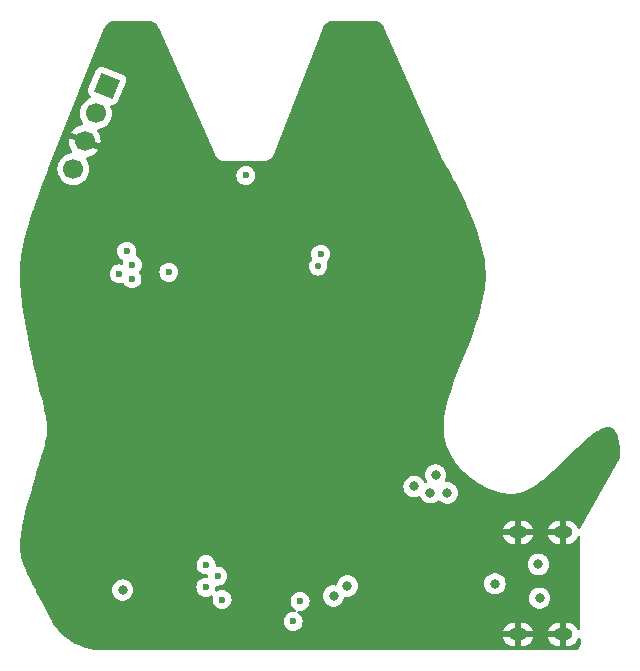
<source format=gbr>
%TF.GenerationSoftware,KiCad,Pcbnew,8.0.5*%
%TF.CreationDate,2024-11-06T13:54:44-05:00*%
%TF.ProjectId,BadgeKittyv2,42616467-654b-4697-9474-7976322e6b69,rev?*%
%TF.SameCoordinates,Original*%
%TF.FileFunction,Copper,L2,Inr*%
%TF.FilePolarity,Positive*%
%FSLAX46Y46*%
G04 Gerber Fmt 4.6, Leading zero omitted, Abs format (unit mm)*
G04 Created by KiCad (PCBNEW 8.0.5) date 2024-11-06 13:54:44*
%MOMM*%
%LPD*%
G01*
G04 APERTURE LIST*
G04 Aperture macros list*
%AMHorizOval*
0 Thick line with rounded ends*
0 $1 width*
0 $2 $3 position (X,Y) of the first rounded end (center of the circle)*
0 $4 $5 position (X,Y) of the second rounded end (center of the circle)*
0 Add line between two ends*
20,1,$1,$2,$3,$4,$5,0*
0 Add two circle primitives to create the rounded ends*
1,1,$1,$2,$3*
1,1,$1,$4,$5*%
%AMRotRect*
0 Rectangle, with rotation*
0 The origin of the aperture is its center*
0 $1 length*
0 $2 width*
0 $3 Rotation angle, in degrees counterclockwise*
0 Add horizontal line*
21,1,$1,$2,0,0,$3*%
G04 Aperture macros list end*
%TA.AperFunction,ComponentPad*%
%ADD10O,1.600000X1.000000*%
%TD*%
%TA.AperFunction,ComponentPad*%
%ADD11RotRect,1.700000X1.700000X338.000000*%
%TD*%
%TA.AperFunction,ComponentPad*%
%ADD12HorizOval,1.700000X0.000000X0.000000X0.000000X0.000000X0*%
%TD*%
%TA.AperFunction,ViaPad*%
%ADD13C,0.800000*%
%TD*%
%TA.AperFunction,ViaPad*%
%ADD14C,0.600000*%
%TD*%
%TA.AperFunction,ViaPad*%
%ADD15C,0.700000*%
%TD*%
%TA.AperFunction,ViaPad*%
%ADD16C,0.550000*%
%TD*%
G04 APERTURE END LIST*
D10*
%TO.N,GND*%
%TO.C,J1*%
X132534032Y-131576843D03*
X136334032Y-131576843D03*
X132534032Y-122936843D03*
X136334032Y-122936843D03*
%TD*%
D11*
%TO.N,+5V*%
%TO.C,PROG1*%
X97738012Y-85108593D03*
D12*
%TO.N,/RST{slash}UPDI*%
X96786511Y-87463640D03*
%TO.N,GND*%
X95835011Y-89818687D03*
%TO.N,/PIN_2*%
X94883510Y-92173734D03*
%TD*%
D13*
%TO.N,GND*%
X134249666Y-130291576D03*
X138381108Y-117735428D03*
D14*
X96780056Y-129145675D03*
D13*
X110332994Y-127308665D03*
X121179530Y-85034291D03*
X126393327Y-125458379D03*
X117405569Y-118665945D03*
X125708589Y-130355449D03*
X134310797Y-124138607D03*
D14*
X101505246Y-98944873D03*
X108900621Y-93910133D03*
X104435973Y-129856249D03*
X103221773Y-126787150D03*
X119292542Y-99156044D03*
X94477385Y-129162728D03*
X104297197Y-127114156D03*
X103810624Y-130646736D03*
D13*
X101014466Y-118538056D03*
D15*
X117476905Y-102901215D03*
D13*
X126251544Y-129302441D03*
D14*
X104289017Y-128290870D03*
D13*
X114938467Y-123864283D03*
D14*
X103277433Y-128095176D03*
D15*
X102987548Y-102889241D03*
D14*
X110150406Y-93696010D03*
D16*
%TO.N,+5V*%
X115598787Y-100419504D03*
D14*
X107105925Y-126639541D03*
X99874627Y-100274462D03*
X107468462Y-128628264D03*
X113493906Y-130484962D03*
D13*
X126553378Y-119615194D03*
X125113941Y-119585566D03*
D14*
X106112615Y-125672956D03*
X106097414Y-127588302D03*
%TO.N,Net-(D1-DO)*%
X102959521Y-100927344D03*
X115813460Y-99390545D03*
D13*
%TO.N,+BATT*%
X99055888Y-127830474D03*
D14*
%TO.N,/PIN_6*%
X99398252Y-99146265D03*
D13*
X123734353Y-119056480D03*
%TO.N,/PIN_7*%
X125541965Y-118088833D03*
D14*
X109480121Y-92724221D03*
D13*
%TO.N,/PIN_2*%
X116906299Y-128331968D03*
D14*
%TO.N,/RST{slash}UPDI*%
X99838443Y-101468548D03*
X98769633Y-101056104D03*
D13*
X118080184Y-127482774D03*
%TO.N,VBUS*%
X134249666Y-125649879D03*
D14*
X114069370Y-128776256D03*
D13*
X134347180Y-128516810D03*
%TO.N,/PIN_3*%
X130566327Y-127294241D03*
%TD*%
%TA.AperFunction,Conductor*%
%TO.N,GND*%
G36*
X101186372Y-79605342D02*
G01*
X101219944Y-79605959D01*
X101224499Y-79606127D01*
X101228563Y-79606351D01*
X101256705Y-79607906D01*
X101261210Y-79608238D01*
X101293193Y-79611184D01*
X101297657Y-79611677D01*
X101329399Y-79615775D01*
X101333772Y-79616420D01*
X101365217Y-79621651D01*
X101369554Y-79622454D01*
X101400702Y-79628806D01*
X101405017Y-79629768D01*
X101435783Y-79637212D01*
X101440045Y-79638325D01*
X101451553Y-79641554D01*
X101470425Y-79646849D01*
X101474693Y-79648130D01*
X101488992Y-79652702D01*
X101504613Y-79657697D01*
X101504617Y-79657698D01*
X101508836Y-79659131D01*
X101538347Y-79669750D01*
X101542495Y-79671327D01*
X101571567Y-79682979D01*
X101575614Y-79684685D01*
X101604271Y-79697376D01*
X101608240Y-79699220D01*
X101620632Y-79705245D01*
X101636354Y-79712891D01*
X101640285Y-79714890D01*
X101649657Y-79719866D01*
X101667898Y-79729554D01*
X101671662Y-79731639D01*
X101698752Y-79747287D01*
X101702490Y-79749536D01*
X101728950Y-79766100D01*
X101732644Y-79768505D01*
X101758476Y-79785984D01*
X101762078Y-79788515D01*
X101787281Y-79806906D01*
X101787294Y-79806915D01*
X101790808Y-79809577D01*
X101815340Y-79828852D01*
X101818746Y-79831628D01*
X101842633Y-79851813D01*
X101845942Y-79854711D01*
X101869148Y-79875783D01*
X101872324Y-79878773D01*
X101894744Y-79900643D01*
X101894748Y-79900647D01*
X101897870Y-79903804D01*
X101919543Y-79926516D01*
X101922557Y-79929790D01*
X101943409Y-79953274D01*
X101946308Y-79956659D01*
X101966388Y-79980982D01*
X101969153Y-79984458D01*
X101988379Y-80009540D01*
X101991044Y-80013151D01*
X102009395Y-80038976D01*
X102011929Y-80042682D01*
X102015095Y-80047499D01*
X102029407Y-80069273D01*
X102031822Y-80073098D01*
X102048379Y-80100409D01*
X102050642Y-80104299D01*
X102066282Y-80132361D01*
X102068399Y-80136330D01*
X102083066Y-80165078D01*
X102085062Y-80169174D01*
X102099210Y-80199619D01*
X102100152Y-80201696D01*
X106847370Y-90929175D01*
X106879672Y-90995474D01*
X106879690Y-90995507D01*
X106916405Y-91058645D01*
X106916413Y-91058658D01*
X106957308Y-91118484D01*
X106957314Y-91118493D01*
X106957316Y-91118495D01*
X107002163Y-91174865D01*
X107050716Y-91227608D01*
X107050721Y-91227612D01*
X107050722Y-91227614D01*
X107079091Y-91254315D01*
X107102737Y-91276571D01*
X107157992Y-91321600D01*
X107216243Y-91362542D01*
X107277256Y-91399243D01*
X107277270Y-91399250D01*
X107277273Y-91399252D01*
X107291859Y-91406668D01*
X107340793Y-91431549D01*
X107406620Y-91459306D01*
X107474500Y-91482362D01*
X107544196Y-91500561D01*
X107615473Y-91513751D01*
X107688095Y-91521778D01*
X107712672Y-91522681D01*
X107761816Y-91524487D01*
X110945360Y-91524487D01*
X110945365Y-91524487D01*
X110948007Y-91524436D01*
X110984007Y-91523745D01*
X111022372Y-91521533D01*
X111022386Y-91521531D01*
X111022397Y-91521531D01*
X111060412Y-91517875D01*
X111060417Y-91517874D01*
X111060420Y-91517874D01*
X111098120Y-91512791D01*
X111135437Y-91506306D01*
X111172341Y-91498441D01*
X111208797Y-91489220D01*
X111244772Y-91478665D01*
X111280234Y-91466799D01*
X111315150Y-91453643D01*
X111323734Y-91450037D01*
X111349461Y-91439233D01*
X111349475Y-91439226D01*
X111349488Y-91439221D01*
X111383213Y-91423555D01*
X111416293Y-91406668D01*
X111448696Y-91388583D01*
X111480388Y-91369321D01*
X111511337Y-91348906D01*
X111541509Y-91327360D01*
X111570872Y-91304706D01*
X111599393Y-91280966D01*
X111627039Y-91256163D01*
X111653777Y-91230319D01*
X111679574Y-91203457D01*
X111704398Y-91175600D01*
X111728215Y-91146771D01*
X111750992Y-91116991D01*
X111772698Y-91086283D01*
X111793297Y-91054670D01*
X111812759Y-91022175D01*
X111831050Y-90988820D01*
X111848137Y-90954627D01*
X111863986Y-90919620D01*
X111878567Y-90883820D01*
X115973917Y-80248134D01*
X115975668Y-80243836D01*
X116003306Y-80179526D01*
X116007368Y-80170989D01*
X116038379Y-80111781D01*
X116043042Y-80103647D01*
X116078143Y-80047479D01*
X116083389Y-80039752D01*
X116122341Y-79986784D01*
X116128120Y-79979513D01*
X116170731Y-79929853D01*
X116177008Y-79923069D01*
X116180029Y-79920039D01*
X116223029Y-79876900D01*
X116229742Y-79870647D01*
X116278987Y-79828086D01*
X116286120Y-79822369D01*
X116338313Y-79783620D01*
X116345829Y-79778460D01*
X116400753Y-79743672D01*
X116408666Y-79739063D01*
X116466047Y-79708419D01*
X116474309Y-79704392D01*
X116533949Y-79678027D01*
X116542488Y-79674627D01*
X116604187Y-79652691D01*
X116613014Y-79649921D01*
X116676486Y-79632592D01*
X116685543Y-79630483D01*
X116750592Y-79617906D01*
X116759831Y-79616481D01*
X116826248Y-79608816D01*
X116835675Y-79608093D01*
X116892084Y-79605929D01*
X116905582Y-79605412D01*
X116910334Y-79605321D01*
X120295852Y-79605321D01*
X120298130Y-79605342D01*
X120301869Y-79605410D01*
X120331715Y-79605959D01*
X120336253Y-79606126D01*
X120368453Y-79607904D01*
X120372978Y-79608238D01*
X120378186Y-79608717D01*
X120404956Y-79611183D01*
X120409397Y-79611674D01*
X120441129Y-79615771D01*
X120445531Y-79616421D01*
X120476976Y-79621651D01*
X120481333Y-79622458D01*
X120512467Y-79628807D01*
X120516776Y-79629768D01*
X120547546Y-79637213D01*
X120551796Y-79638323D01*
X120582187Y-79646848D01*
X120586408Y-79648114D01*
X120616401Y-79657705D01*
X120620587Y-79659127D01*
X120629858Y-79662462D01*
X120650107Y-79669749D01*
X120654255Y-79671326D01*
X120683327Y-79682978D01*
X120687374Y-79684684D01*
X120716031Y-79697375D01*
X120720000Y-79699219D01*
X120730155Y-79704157D01*
X120748114Y-79712890D01*
X120752039Y-79714885D01*
X120779634Y-79729540D01*
X120783471Y-79731667D01*
X120810501Y-79747278D01*
X120814249Y-79749533D01*
X120840733Y-79766112D01*
X120844378Y-79768485D01*
X120870241Y-79785984D01*
X120873818Y-79788497D01*
X120899044Y-79806906D01*
X120902555Y-79809565D01*
X120918844Y-79822364D01*
X120927117Y-79828864D01*
X120930509Y-79831628D01*
X120954396Y-79851813D01*
X120957715Y-79854721D01*
X120980867Y-79875743D01*
X120984095Y-79878781D01*
X121006507Y-79900643D01*
X121009631Y-79903802D01*
X121031304Y-79926514D01*
X121034316Y-79929786D01*
X121055169Y-79953270D01*
X121058054Y-79956639D01*
X121070930Y-79972235D01*
X121078128Y-79980955D01*
X121080914Y-79984457D01*
X121100139Y-80009537D01*
X121102806Y-80013149D01*
X121121164Y-80038984D01*
X121123706Y-80042703D01*
X121141165Y-80069266D01*
X121143576Y-80073085D01*
X121160133Y-80100393D01*
X121162415Y-80104317D01*
X121178025Y-80132327D01*
X121180165Y-80136337D01*
X121194828Y-80165077D01*
X121196824Y-80169174D01*
X121210972Y-80199619D01*
X121211914Y-80201696D01*
X126197814Y-91468530D01*
X126197840Y-91468587D01*
X126204090Y-91482427D01*
X126204111Y-91482471D01*
X126210542Y-91496155D01*
X126217215Y-91509809D01*
X126218729Y-91512791D01*
X126221310Y-91517875D01*
X126224095Y-91523359D01*
X126231141Y-91536734D01*
X126238466Y-91550139D01*
X126245928Y-91563314D01*
X126253521Y-91576262D01*
X126332528Y-91710078D01*
X126439360Y-91891024D01*
X126462954Y-91930985D01*
X126463534Y-91931978D01*
X126467202Y-91938330D01*
X126666907Y-92284162D01*
X126667509Y-92285216D01*
X126671498Y-92292283D01*
X126865126Y-92635306D01*
X126865684Y-92636305D01*
X127057640Y-92984421D01*
X127058224Y-92985494D01*
X127187947Y-93226483D01*
X127244439Y-93331428D01*
X127245020Y-93332521D01*
X127256319Y-93354036D01*
X127425656Y-93676494D01*
X127426251Y-93677643D01*
X127601122Y-94019253D01*
X127601717Y-94020430D01*
X127770978Y-94359936D01*
X127771574Y-94361147D01*
X127935194Y-94698483D01*
X127935793Y-94699736D01*
X128093713Y-95034827D01*
X128094317Y-95036129D01*
X128246490Y-95368960D01*
X128247065Y-95370238D01*
X128314924Y-95523517D01*
X128393465Y-95700926D01*
X128394088Y-95702359D01*
X128534589Y-96030845D01*
X128535228Y-96032366D01*
X128669731Y-96358774D01*
X128670385Y-96360395D01*
X128798782Y-96684900D01*
X128799457Y-96686644D01*
X128921486Y-97009185D01*
X128922180Y-97011065D01*
X129037711Y-97332016D01*
X129038426Y-97334058D01*
X129147180Y-97653568D01*
X129147914Y-97655792D01*
X129249625Y-97974198D01*
X129250373Y-97976626D01*
X129344679Y-98294150D01*
X129345436Y-98296805D01*
X129431998Y-98613965D01*
X129432752Y-98616866D01*
X129511125Y-98934010D01*
X129511864Y-98937180D01*
X129581571Y-99254839D01*
X129582277Y-99258288D01*
X129642810Y-99577118D01*
X129643461Y-99580860D01*
X129694210Y-99901469D01*
X129694781Y-99905504D01*
X129735105Y-100228695D01*
X129735568Y-100233020D01*
X129764734Y-100559700D01*
X129765057Y-100564282D01*
X129782286Y-100895325D01*
X129782443Y-100900106D01*
X129786960Y-101236641D01*
X129786929Y-101241526D01*
X129778018Y-101584445D01*
X129777795Y-101589329D01*
X129754853Y-101939590D01*
X129754448Y-101944354D01*
X129717068Y-102302577D01*
X129716509Y-102307120D01*
X129664506Y-102673792D01*
X129663829Y-102678040D01*
X129597230Y-103053443D01*
X129596472Y-103057349D01*
X129515550Y-103441402D01*
X129514749Y-103444946D01*
X129419931Y-103837551D01*
X129419119Y-103840727D01*
X129311038Y-104241516D01*
X129310243Y-104244331D01*
X129189656Y-104652900D01*
X129188901Y-104655364D01*
X129056721Y-105071179D01*
X129056023Y-105073309D01*
X128913271Y-105495777D01*
X128912645Y-105497583D01*
X128760524Y-105925890D01*
X128759981Y-105927389D01*
X128599798Y-106360652D01*
X128599171Y-106362310D01*
X128259828Y-107241315D01*
X128259328Y-107242589D01*
X127550567Y-109019894D01*
X127209313Y-109901957D01*
X127048440Y-110337992D01*
X126896587Y-110769399D01*
X126755488Y-111195573D01*
X126626982Y-111615602D01*
X126512837Y-112028789D01*
X126414803Y-112434599D01*
X126334651Y-112832610D01*
X126274167Y-113222539D01*
X126235100Y-113604342D01*
X126224121Y-113792223D01*
X126219100Y-113978096D01*
X126220211Y-114161979D01*
X126227607Y-114343910D01*
X126241424Y-114523860D01*
X126261764Y-114701853D01*
X126287163Y-114867797D01*
X126288718Y-114877953D01*
X126322329Y-115052096D01*
X126345257Y-115150085D01*
X126362618Y-115224285D01*
X126409597Y-115394553D01*
X126418582Y-115422747D01*
X126463217Y-115562812D01*
X126523432Y-115729079D01*
X126523433Y-115729081D01*
X126590163Y-115893320D01*
X126663297Y-116055471D01*
X126742697Y-116215482D01*
X126828213Y-116373294D01*
X126828219Y-116373305D01*
X126828226Y-116373317D01*
X126919698Y-116528891D01*
X126919707Y-116528905D01*
X127016904Y-116682118D01*
X127016912Y-116682130D01*
X127133459Y-116847529D01*
X127227701Y-116981272D01*
X127415483Y-117216017D01*
X127458648Y-117269977D01*
X127565332Y-117388853D01*
X127707592Y-117547373D01*
X127972254Y-117812542D01*
X128250250Y-118064484D01*
X128539196Y-118302168D01*
X128836712Y-118524543D01*
X129140467Y-118730539D01*
X129448196Y-118919092D01*
X129448208Y-118919098D01*
X129448212Y-118919101D01*
X129757709Y-119089146D01*
X129757717Y-119089150D01*
X129757728Y-119089156D01*
X129757751Y-119089167D01*
X130067014Y-119239704D01*
X130067020Y-119239706D01*
X130067023Y-119239708D01*
X130374249Y-119369756D01*
X130374252Y-119369757D01*
X130374259Y-119369760D01*
X130677872Y-119478345D01*
X130677875Y-119478346D01*
X130817223Y-119518548D01*
X130976782Y-119564581D01*
X130976784Y-119564581D01*
X130976786Y-119564582D01*
X131124252Y-119599043D01*
X131270346Y-119627596D01*
X131415090Y-119650145D01*
X131558517Y-119666601D01*
X131700710Y-119676877D01*
X131841763Y-119680901D01*
X131956641Y-119679019D01*
X131981810Y-119678608D01*
X132065609Y-119673389D01*
X132120942Y-119669944D01*
X132120983Y-119669939D01*
X132120989Y-119669939D01*
X132142045Y-119667646D01*
X132259335Y-119654876D01*
X132397126Y-119633385D01*
X132534460Y-119605461D01*
X132671479Y-119571129D01*
X132808317Y-119530416D01*
X132945098Y-119483386D01*
X133081941Y-119430114D01*
X133218955Y-119370690D01*
X133493842Y-119233871D01*
X133770393Y-119074045D01*
X134049047Y-118892583D01*
X134207246Y-118779150D01*
X134330033Y-118691109D01*
X134456891Y-118592768D01*
X134613394Y-118471447D01*
X134898962Y-118235646D01*
X135186452Y-117985903D01*
X135475430Y-117724578D01*
X135765366Y-117454146D01*
X136055645Y-117177188D01*
X136634406Y-116614407D01*
X137205199Y-116058344D01*
X137205746Y-116057816D01*
X137485431Y-115789735D01*
X137486329Y-115788884D01*
X137517185Y-115759919D01*
X137761086Y-115530963D01*
X137762219Y-115529914D01*
X138030996Y-115284913D01*
X138032662Y-115283424D01*
X138294314Y-115054095D01*
X138296655Y-115052096D01*
X138550093Y-114841023D01*
X138553167Y-114838546D01*
X138797929Y-114647687D01*
X138800778Y-114645532D01*
X138918679Y-114559080D01*
X138920913Y-114557480D01*
X139036587Y-114476674D01*
X139039081Y-114474980D01*
X139151885Y-114400446D01*
X139154781Y-114398592D01*
X139264567Y-114330575D01*
X139267968Y-114328546D01*
X139374446Y-114267344D01*
X139378409Y-114265163D01*
X139481530Y-114210908D01*
X139486139Y-114208607D01*
X139585643Y-114161523D01*
X139591052Y-114159119D01*
X139686832Y-114119303D01*
X139693051Y-114116915D01*
X139784858Y-114084490D01*
X139792114Y-114082177D01*
X139879748Y-114057191D01*
X139888138Y-114055114D01*
X139935020Y-114045223D01*
X139971455Y-114037536D01*
X139981034Y-114035905D01*
X140059944Y-114025644D01*
X140070759Y-114024719D01*
X140145169Y-114021631D01*
X140157155Y-114021713D01*
X140227208Y-114025599D01*
X140240147Y-114027002D01*
X140306051Y-114037679D01*
X140319576Y-114040654D01*
X140381785Y-114058041D01*
X140395348Y-114062694D01*
X140454357Y-114086851D01*
X140467438Y-114093125D01*
X140523759Y-114124313D01*
X140535794Y-114131911D01*
X140589899Y-114170583D01*
X140600497Y-114179071D01*
X140652626Y-114225741D01*
X140661622Y-114234666D01*
X140711823Y-114289840D01*
X140719232Y-114298792D01*
X140767409Y-114362896D01*
X140773340Y-114371524D01*
X140819326Y-114444903D01*
X140823998Y-114453026D01*
X140867528Y-114535811D01*
X140871167Y-114543336D01*
X140912041Y-114635690D01*
X140914835Y-114642551D01*
X140952836Y-114744462D01*
X140954971Y-114750687D01*
X140989934Y-114862196D01*
X140991547Y-114867797D01*
X141023350Y-114988890D01*
X141024563Y-114993939D01*
X141053067Y-115124500D01*
X141053971Y-115129043D01*
X141079116Y-115269138D01*
X141079779Y-115273223D01*
X141101494Y-115422747D01*
X141101973Y-115426437D01*
X141120198Y-115585317D01*
X141120535Y-115588652D01*
X141135239Y-115756897D01*
X141135466Y-115759919D01*
X141146620Y-115937483D01*
X141146762Y-115940231D01*
X141154342Y-116127080D01*
X141154418Y-116129583D01*
X141158406Y-116325526D01*
X141158432Y-116328049D01*
X141158432Y-116547305D01*
X141142251Y-116608552D01*
X137817515Y-122461407D01*
X137815621Y-122555492D01*
X137794591Y-122622122D01*
X137740876Y-122666805D01*
X137671532Y-122675354D01*
X137608573Y-122645055D01*
X137577085Y-122600448D01*
X137520224Y-122463171D01*
X137520217Y-122463158D01*
X137410783Y-122299380D01*
X137410780Y-122299376D01*
X137271498Y-122160094D01*
X137271494Y-122160091D01*
X137107716Y-122050657D01*
X137107703Y-122050650D01*
X136925725Y-121975273D01*
X136925713Y-121975270D01*
X136732527Y-121936843D01*
X136584032Y-121936843D01*
X136584032Y-122636843D01*
X136084032Y-122636843D01*
X136084032Y-121936843D01*
X135935536Y-121936843D01*
X135742350Y-121975270D01*
X135742338Y-121975273D01*
X135560360Y-122050650D01*
X135560347Y-122050657D01*
X135396569Y-122160091D01*
X135396565Y-122160094D01*
X135257283Y-122299376D01*
X135257280Y-122299380D01*
X135147846Y-122463158D01*
X135147839Y-122463171D01*
X135072462Y-122645150D01*
X135072462Y-122645152D01*
X135064170Y-122686843D01*
X135867044Y-122686843D01*
X135849827Y-122696783D01*
X135793972Y-122752638D01*
X135754476Y-122821047D01*
X135734032Y-122897347D01*
X135734032Y-122976339D01*
X135754476Y-123052639D01*
X135793972Y-123121048D01*
X135849827Y-123176903D01*
X135867044Y-123186843D01*
X135064170Y-123186843D01*
X135072462Y-123228533D01*
X135072462Y-123228535D01*
X135147839Y-123410514D01*
X135147846Y-123410527D01*
X135257280Y-123574305D01*
X135257283Y-123574309D01*
X135396565Y-123713591D01*
X135396569Y-123713594D01*
X135560347Y-123823028D01*
X135560360Y-123823035D01*
X135742338Y-123898412D01*
X135742350Y-123898415D01*
X135935536Y-123936842D01*
X135935540Y-123936843D01*
X136084032Y-123936843D01*
X136084032Y-123236843D01*
X136584032Y-123236843D01*
X136584032Y-123936843D01*
X136732524Y-123936843D01*
X136732527Y-123936842D01*
X136925713Y-123898415D01*
X136925725Y-123898412D01*
X137107703Y-123823035D01*
X137107716Y-123823028D01*
X137271494Y-123713594D01*
X137271498Y-123713591D01*
X137410780Y-123574309D01*
X137410783Y-123574305D01*
X137520217Y-123410527D01*
X137520223Y-123410515D01*
X137560842Y-123312452D01*
X137604682Y-123258048D01*
X137670976Y-123235983D01*
X137738676Y-123253262D01*
X137786286Y-123304398D01*
X137799378Y-123362400D01*
X137791742Y-123741726D01*
X137775029Y-131069602D01*
X137775099Y-131094765D01*
X137755598Y-131161858D01*
X137702921Y-131207758D01*
X137633790Y-131217892D01*
X137570154Y-131189042D01*
X137536537Y-131142557D01*
X137520221Y-131103165D01*
X137520217Y-131103158D01*
X137410783Y-130939380D01*
X137410780Y-130939376D01*
X137271498Y-130800094D01*
X137271494Y-130800091D01*
X137107716Y-130690657D01*
X137107703Y-130690650D01*
X136925725Y-130615273D01*
X136925713Y-130615270D01*
X136732527Y-130576843D01*
X136584032Y-130576843D01*
X136584032Y-131276843D01*
X136084032Y-131276843D01*
X136084032Y-130576843D01*
X135935536Y-130576843D01*
X135742350Y-130615270D01*
X135742338Y-130615273D01*
X135560360Y-130690650D01*
X135560347Y-130690657D01*
X135396569Y-130800091D01*
X135396565Y-130800094D01*
X135257283Y-130939376D01*
X135257280Y-130939380D01*
X135147846Y-131103158D01*
X135147839Y-131103171D01*
X135072462Y-131285150D01*
X135072462Y-131285152D01*
X135064170Y-131326843D01*
X135867044Y-131326843D01*
X135849827Y-131336783D01*
X135793972Y-131392638D01*
X135754476Y-131461047D01*
X135734032Y-131537347D01*
X135734032Y-131616339D01*
X135754476Y-131692639D01*
X135793972Y-131761048D01*
X135849827Y-131816903D01*
X135867044Y-131826843D01*
X135064170Y-131826843D01*
X135072462Y-131868533D01*
X135072462Y-131868535D01*
X135147839Y-132050514D01*
X135147846Y-132050527D01*
X135257280Y-132214305D01*
X135257283Y-132214309D01*
X135396565Y-132353591D01*
X135396569Y-132353594D01*
X135560347Y-132463028D01*
X135560360Y-132463035D01*
X135742338Y-132538412D01*
X135742350Y-132538415D01*
X135935536Y-132576842D01*
X135935540Y-132576843D01*
X136084032Y-132576843D01*
X136084032Y-131876843D01*
X136584032Y-131876843D01*
X136584032Y-132576843D01*
X136732524Y-132576843D01*
X136732527Y-132576842D01*
X136925713Y-132538415D01*
X136925725Y-132538412D01*
X137107703Y-132463035D01*
X137107716Y-132463028D01*
X137271494Y-132353594D01*
X137271498Y-132353591D01*
X137410780Y-132214309D01*
X137410783Y-132214305D01*
X137520217Y-132050527D01*
X137520224Y-132050514D01*
X137573658Y-131921512D01*
X137617498Y-131867108D01*
X137683792Y-131845043D01*
X137751492Y-131862322D01*
X137799103Y-131913459D01*
X137800111Y-131915522D01*
X137835270Y-131989188D01*
X137844702Y-132017054D01*
X137863510Y-132106397D01*
X137866129Y-132135118D01*
X137863613Y-132233280D01*
X137862026Y-132250128D01*
X137838047Y-132396665D01*
X137828826Y-132427363D01*
X137759049Y-132583019D01*
X137748675Y-132601670D01*
X137677458Y-132707177D01*
X137662363Y-132725484D01*
X137571384Y-132816463D01*
X137500460Y-132886934D01*
X137439030Y-132920222D01*
X137413014Y-132922972D01*
X135469397Y-132922245D01*
X135469395Y-132922244D01*
X135469391Y-132922245D01*
X134462825Y-132921813D01*
X134462799Y-132921813D01*
X133384041Y-132921813D01*
X133383880Y-132921813D01*
X133152478Y-132922416D01*
X133062247Y-132922651D01*
X133061603Y-132922651D01*
X132968412Y-132922409D01*
X132738299Y-132921813D01*
X132738149Y-132921813D01*
X132738144Y-132921813D01*
X97350855Y-132924980D01*
X97346586Y-132924907D01*
X97009792Y-132913334D01*
X97001306Y-132912750D01*
X96668964Y-132878411D01*
X96660550Y-132877250D01*
X96331625Y-132820291D01*
X96323315Y-132818557D01*
X95999001Y-132739212D01*
X95990820Y-132736910D01*
X95672294Y-132635408D01*
X95664280Y-132632548D01*
X95352757Y-132509159D01*
X95344950Y-132505752D01*
X95043001Y-132361444D01*
X95035460Y-132357517D01*
X94744544Y-132193100D01*
X94737293Y-132188668D01*
X94697717Y-132162571D01*
X94458379Y-132004750D01*
X94451464Y-131999842D01*
X94185603Y-131797095D01*
X94179017Y-131791706D01*
X93927173Y-131570745D01*
X93920967Y-131564910D01*
X93685078Y-131327373D01*
X93684587Y-131326843D01*
X131264170Y-131326843D01*
X132067044Y-131326843D01*
X132049827Y-131336783D01*
X131993972Y-131392638D01*
X131954476Y-131461047D01*
X131934032Y-131537347D01*
X131934032Y-131616339D01*
X131954476Y-131692639D01*
X131993972Y-131761048D01*
X132049827Y-131816903D01*
X132067044Y-131826843D01*
X131264170Y-131826843D01*
X131272462Y-131868533D01*
X131272462Y-131868535D01*
X131347839Y-132050514D01*
X131347846Y-132050527D01*
X131457280Y-132214305D01*
X131457283Y-132214309D01*
X131596565Y-132353591D01*
X131596569Y-132353594D01*
X131760347Y-132463028D01*
X131760360Y-132463035D01*
X131942338Y-132538412D01*
X131942350Y-132538415D01*
X132135536Y-132576842D01*
X132135540Y-132576843D01*
X132284032Y-132576843D01*
X132284032Y-131876843D01*
X132784032Y-131876843D01*
X132784032Y-132576843D01*
X132932524Y-132576843D01*
X132932527Y-132576842D01*
X133125713Y-132538415D01*
X133125725Y-132538412D01*
X133307703Y-132463035D01*
X133307716Y-132463028D01*
X133471494Y-132353594D01*
X133471498Y-132353591D01*
X133610780Y-132214309D01*
X133610783Y-132214305D01*
X133720217Y-132050527D01*
X133720224Y-132050514D01*
X133795601Y-131868535D01*
X133795601Y-131868533D01*
X133803894Y-131826843D01*
X133001020Y-131826843D01*
X133018237Y-131816903D01*
X133074092Y-131761048D01*
X133113588Y-131692639D01*
X133134032Y-131616339D01*
X133134032Y-131537347D01*
X133113588Y-131461047D01*
X133074092Y-131392638D01*
X133018237Y-131336783D01*
X133001020Y-131326843D01*
X133803894Y-131326843D01*
X133795601Y-131285152D01*
X133795601Y-131285150D01*
X133720224Y-131103171D01*
X133720217Y-131103158D01*
X133610783Y-130939380D01*
X133610780Y-130939376D01*
X133471498Y-130800094D01*
X133471494Y-130800091D01*
X133307716Y-130690657D01*
X133307703Y-130690650D01*
X133125725Y-130615273D01*
X133125713Y-130615270D01*
X132932527Y-130576843D01*
X132784032Y-130576843D01*
X132784032Y-131276843D01*
X132284032Y-131276843D01*
X132284032Y-130576843D01*
X132135536Y-130576843D01*
X131942350Y-130615270D01*
X131942338Y-130615273D01*
X131760360Y-130690650D01*
X131760347Y-130690657D01*
X131596569Y-130800091D01*
X131596565Y-130800094D01*
X131457283Y-130939376D01*
X131457280Y-130939380D01*
X131347846Y-131103158D01*
X131347839Y-131103171D01*
X131272462Y-131285150D01*
X131272462Y-131285152D01*
X131264170Y-131326843D01*
X93684587Y-131326843D01*
X93679296Y-131321137D01*
X93564993Y-131189042D01*
X93460593Y-131068391D01*
X93455260Y-131061783D01*
X93258474Y-130800094D01*
X93254487Y-130794792D01*
X93249619Y-130787836D01*
X93186468Y-130690650D01*
X93067464Y-130507509D01*
X93063088Y-130500239D01*
X93054589Y-130484958D01*
X112688341Y-130484958D01*
X112688341Y-130484965D01*
X112708536Y-130664211D01*
X112708537Y-130664216D01*
X112768117Y-130834485D01*
X112864090Y-130987224D01*
X112991644Y-131114778D01*
X113035854Y-131142557D01*
X113139620Y-131207758D01*
X113144384Y-131210751D01*
X113314651Y-131270330D01*
X113314656Y-131270331D01*
X113493902Y-131290527D01*
X113493906Y-131290527D01*
X113493910Y-131290527D01*
X113673155Y-131270331D01*
X113673158Y-131270330D01*
X113673161Y-131270330D01*
X113843428Y-131210751D01*
X113996168Y-131114778D01*
X114123722Y-130987224D01*
X114219695Y-130834484D01*
X114279274Y-130664217D01*
X114299471Y-130484962D01*
X114279274Y-130305707D01*
X114219695Y-130135440D01*
X114123722Y-129982700D01*
X113996168Y-129855146D01*
X113910142Y-129801092D01*
X113863851Y-129748757D01*
X113853203Y-129679703D01*
X113881578Y-129615855D01*
X113939968Y-129577483D01*
X113989998Y-129572878D01*
X114069367Y-129581821D01*
X114069370Y-129581821D01*
X114069374Y-129581821D01*
X114248619Y-129561625D01*
X114248622Y-129561624D01*
X114248625Y-129561624D01*
X114418892Y-129502045D01*
X114571632Y-129406072D01*
X114699186Y-129278518D01*
X114795159Y-129125778D01*
X114854738Y-128955511D01*
X114865028Y-128864184D01*
X114874935Y-128776259D01*
X114874935Y-128776252D01*
X114854739Y-128597006D01*
X114854738Y-128597001D01*
X114795159Y-128426734D01*
X114735614Y-128331968D01*
X116000839Y-128331968D01*
X116020625Y-128520224D01*
X116020626Y-128520227D01*
X116079117Y-128700245D01*
X116079120Y-128700252D01*
X116173766Y-128864184D01*
X116276054Y-128977786D01*
X116300428Y-129004856D01*
X116453564Y-129116116D01*
X116453569Y-129116119D01*
X116626491Y-129193110D01*
X116626496Y-129193112D01*
X116811653Y-129232468D01*
X116811654Y-129232468D01*
X117000943Y-129232468D01*
X117000945Y-129232468D01*
X117186102Y-129193112D01*
X117359029Y-129116119D01*
X117512170Y-129004856D01*
X117638832Y-128864184D01*
X117733478Y-128700252D01*
X117791973Y-128520224D01*
X117792332Y-128516810D01*
X133441720Y-128516810D01*
X133461506Y-128705066D01*
X133461507Y-128705069D01*
X133519998Y-128885087D01*
X133520001Y-128885094D01*
X133614647Y-129049026D01*
X133675058Y-129116119D01*
X133741309Y-129189698D01*
X133894445Y-129300958D01*
X133894450Y-129300961D01*
X134067372Y-129377952D01*
X134067377Y-129377954D01*
X134252534Y-129417310D01*
X134252535Y-129417310D01*
X134441824Y-129417310D01*
X134441826Y-129417310D01*
X134626983Y-129377954D01*
X134799910Y-129300961D01*
X134953051Y-129189698D01*
X135079713Y-129049026D01*
X135174359Y-128885094D01*
X135232854Y-128705066D01*
X135252640Y-128516810D01*
X135232854Y-128328554D01*
X135174359Y-128148526D01*
X135079713Y-127984594D01*
X134953051Y-127843922D01*
X134951639Y-127842896D01*
X134799914Y-127732661D01*
X134799909Y-127732658D01*
X134626987Y-127655667D01*
X134626982Y-127655665D01*
X134481181Y-127624675D01*
X134441826Y-127616310D01*
X134252534Y-127616310D01*
X134220077Y-127623208D01*
X134067377Y-127655665D01*
X134067372Y-127655667D01*
X133894450Y-127732658D01*
X133894445Y-127732661D01*
X133741309Y-127843921D01*
X133614646Y-127984595D01*
X133520001Y-128148525D01*
X133519998Y-128148532D01*
X133466205Y-128314091D01*
X133461506Y-128328554D01*
X133441720Y-128516810D01*
X117792332Y-128516810D01*
X117795886Y-128482985D01*
X117822468Y-128418371D01*
X117879764Y-128378384D01*
X117944985Y-128374654D01*
X117985538Y-128383274D01*
X117985541Y-128383274D01*
X118174828Y-128383274D01*
X118174830Y-128383274D01*
X118359987Y-128343918D01*
X118532914Y-128266925D01*
X118686055Y-128155662D01*
X118812717Y-128014990D01*
X118907363Y-127851058D01*
X118965858Y-127671030D01*
X118985644Y-127482774D01*
X118965858Y-127294518D01*
X118965768Y-127294241D01*
X129660867Y-127294241D01*
X129680653Y-127482497D01*
X129680654Y-127482500D01*
X129739145Y-127662518D01*
X129739148Y-127662525D01*
X129833794Y-127826457D01*
X129936750Y-127940801D01*
X129960456Y-127967129D01*
X130113592Y-128078389D01*
X130113597Y-128078392D01*
X130286519Y-128155383D01*
X130286524Y-128155385D01*
X130471681Y-128194741D01*
X130471682Y-128194741D01*
X130660971Y-128194741D01*
X130660973Y-128194741D01*
X130846130Y-128155385D01*
X131019057Y-128078392D01*
X131172198Y-127967129D01*
X131298860Y-127826457D01*
X131393506Y-127662525D01*
X131452001Y-127482497D01*
X131471787Y-127294241D01*
X131452001Y-127105985D01*
X131393506Y-126925957D01*
X131298860Y-126762025D01*
X131172198Y-126621353D01*
X131142047Y-126599447D01*
X131019061Y-126510092D01*
X131019056Y-126510089D01*
X130846134Y-126433098D01*
X130846129Y-126433096D01*
X130684510Y-126398744D01*
X130660973Y-126393741D01*
X130471681Y-126393741D01*
X130448144Y-126398744D01*
X130286524Y-126433096D01*
X130286519Y-126433098D01*
X130113597Y-126510089D01*
X130113592Y-126510092D01*
X129960456Y-126621352D01*
X129833793Y-126762026D01*
X129739148Y-126925956D01*
X129739145Y-126925963D01*
X129680654Y-127105981D01*
X129680653Y-127105985D01*
X129660867Y-127294241D01*
X118965768Y-127294241D01*
X118907363Y-127114490D01*
X118812717Y-126950558D01*
X118686055Y-126809886D01*
X118686054Y-126809885D01*
X118532918Y-126698625D01*
X118532913Y-126698622D01*
X118359991Y-126621631D01*
X118359986Y-126621629D01*
X118214185Y-126590639D01*
X118174830Y-126582274D01*
X117985538Y-126582274D01*
X117953081Y-126589172D01*
X117800381Y-126621629D01*
X117800376Y-126621631D01*
X117627454Y-126698622D01*
X117627449Y-126698625D01*
X117474313Y-126809885D01*
X117347650Y-126950559D01*
X117253005Y-127114489D01*
X117253002Y-127114496D01*
X117202685Y-127269357D01*
X117194510Y-127294518D01*
X117190596Y-127331760D01*
X117164010Y-127396375D01*
X117106712Y-127436358D01*
X117041494Y-127440086D01*
X117000945Y-127431468D01*
X116811653Y-127431468D01*
X116783209Y-127437514D01*
X116626496Y-127470823D01*
X116626491Y-127470825D01*
X116453569Y-127547816D01*
X116453564Y-127547819D01*
X116300428Y-127659079D01*
X116173765Y-127799753D01*
X116079120Y-127963683D01*
X116079117Y-127963690D01*
X116020626Y-128143708D01*
X116020625Y-128143712D01*
X116000839Y-128331968D01*
X114735614Y-128331968D01*
X114699186Y-128273994D01*
X114571632Y-128146440D01*
X114539104Y-128126001D01*
X114418893Y-128050467D01*
X114248624Y-127990887D01*
X114248619Y-127990886D01*
X114069374Y-127970691D01*
X114069366Y-127970691D01*
X113890120Y-127990886D01*
X113890115Y-127990887D01*
X113719846Y-128050467D01*
X113567107Y-128146440D01*
X113439554Y-128273993D01*
X113343581Y-128426732D01*
X113284001Y-128597001D01*
X113284000Y-128597006D01*
X113263805Y-128776252D01*
X113263805Y-128776259D01*
X113284000Y-128955505D01*
X113284001Y-128955510D01*
X113343581Y-129125779D01*
X113410619Y-129232468D01*
X113439554Y-129278518D01*
X113567108Y-129406072D01*
X113611283Y-129433829D01*
X113653133Y-129460125D01*
X113699424Y-129512460D01*
X113710072Y-129581513D01*
X113681697Y-129645362D01*
X113623307Y-129683734D01*
X113573278Y-129688339D01*
X113493910Y-129679397D01*
X113493902Y-129679397D01*
X113314656Y-129699592D01*
X113314651Y-129699593D01*
X113144382Y-129759173D01*
X112991643Y-129855146D01*
X112864090Y-129982699D01*
X112768117Y-130135438D01*
X112708537Y-130305707D01*
X112708536Y-130305712D01*
X112688341Y-130484958D01*
X93054589Y-130484958D01*
X92899249Y-130205660D01*
X92897262Y-130201937D01*
X92192544Y-128825656D01*
X92192542Y-128825654D01*
X92183253Y-128807513D01*
X91840560Y-128138244D01*
X91840559Y-128138235D01*
X91840557Y-128138237D01*
X91757805Y-127976594D01*
X91757813Y-127976589D01*
X91757789Y-127976563D01*
X91749913Y-127961169D01*
X91683050Y-127830474D01*
X98150428Y-127830474D01*
X98170214Y-128018730D01*
X98170215Y-128018733D01*
X98228706Y-128198751D01*
X98228709Y-128198758D01*
X98323355Y-128362690D01*
X98401082Y-128449014D01*
X98450017Y-128503362D01*
X98603153Y-128614622D01*
X98603158Y-128614625D01*
X98776080Y-128691616D01*
X98776085Y-128691618D01*
X98961242Y-128730974D01*
X98961243Y-128730974D01*
X99150532Y-128730974D01*
X99150534Y-128730974D01*
X99335691Y-128691618D01*
X99508618Y-128614625D01*
X99661759Y-128503362D01*
X99788421Y-128362690D01*
X99883067Y-128198758D01*
X99941562Y-128018730D01*
X99961348Y-127830474D01*
X99941562Y-127642218D01*
X99924042Y-127588298D01*
X105291849Y-127588298D01*
X105291849Y-127588305D01*
X105312044Y-127767551D01*
X105312045Y-127767556D01*
X105371625Y-127937825D01*
X105442403Y-128050467D01*
X105467598Y-128090564D01*
X105595152Y-128218118D01*
X105747892Y-128314091D01*
X105798982Y-128331968D01*
X105918159Y-128373670D01*
X105918164Y-128373671D01*
X106097410Y-128393867D01*
X106097414Y-128393867D01*
X106097418Y-128393867D01*
X106276663Y-128373671D01*
X106276666Y-128373670D01*
X106276669Y-128373670D01*
X106446936Y-128314091D01*
X106510109Y-128274396D01*
X106577344Y-128255396D01*
X106644180Y-128275763D01*
X106689394Y-128329030D01*
X106698633Y-128398287D01*
X106693124Y-128420342D01*
X106683094Y-128449007D01*
X106683092Y-128449014D01*
X106662897Y-128628260D01*
X106662897Y-128628267D01*
X106683092Y-128807513D01*
X106683093Y-128807518D01*
X106742673Y-128977787D01*
X106759682Y-129004856D01*
X106838646Y-129130526D01*
X106966200Y-129258080D01*
X107118940Y-129354053D01*
X107267599Y-129406071D01*
X107289207Y-129413632D01*
X107289212Y-129413633D01*
X107468458Y-129433829D01*
X107468462Y-129433829D01*
X107468466Y-129433829D01*
X107647711Y-129413633D01*
X107647714Y-129413632D01*
X107647717Y-129413632D01*
X107817984Y-129354053D01*
X107970724Y-129258080D01*
X108098278Y-129130526D01*
X108194251Y-128977786D01*
X108253830Y-128807519D01*
X108257352Y-128776259D01*
X108274027Y-128628267D01*
X108274027Y-128628260D01*
X108253831Y-128449014D01*
X108253830Y-128449009D01*
X108217056Y-128343916D01*
X108194251Y-128278742D01*
X108098278Y-128126002D01*
X107970724Y-127998448D01*
X107915407Y-127963690D01*
X107817985Y-127902475D01*
X107647716Y-127842895D01*
X107647711Y-127842894D01*
X107468466Y-127822699D01*
X107468458Y-127822699D01*
X107289212Y-127842894D01*
X107289207Y-127842895D01*
X107118936Y-127902476D01*
X107055765Y-127942169D01*
X106988529Y-127961169D01*
X106921693Y-127940801D01*
X106876480Y-127887533D01*
X106867243Y-127818276D01*
X106872753Y-127796219D01*
X106882781Y-127767561D01*
X106882783Y-127767551D01*
X106902979Y-127588305D01*
X106902979Y-127588302D01*
X106901437Y-127574620D01*
X106913490Y-127505798D01*
X106960838Y-127454418D01*
X107028448Y-127436792D01*
X107038541Y-127437514D01*
X107105922Y-127445106D01*
X107105925Y-127445106D01*
X107105929Y-127445106D01*
X107285174Y-127424910D01*
X107285177Y-127424909D01*
X107285180Y-127424909D01*
X107455447Y-127365330D01*
X107608187Y-127269357D01*
X107735741Y-127141803D01*
X107831714Y-126989063D01*
X107891293Y-126818796D01*
X107891294Y-126818790D01*
X107911490Y-126639544D01*
X107911490Y-126639537D01*
X107891294Y-126460291D01*
X107891293Y-126460286D01*
X107882105Y-126434027D01*
X107831714Y-126290019D01*
X107735741Y-126137279D01*
X107608187Y-126009725D01*
X107455448Y-125913752D01*
X107285179Y-125854172D01*
X107285174Y-125854171D01*
X107105929Y-125833976D01*
X107105921Y-125833976D01*
X107051902Y-125840062D01*
X106983080Y-125828007D01*
X106931701Y-125780658D01*
X106914077Y-125713047D01*
X106914797Y-125702978D01*
X106918180Y-125672956D01*
X106915580Y-125649879D01*
X133344206Y-125649879D01*
X133363992Y-125838135D01*
X133363993Y-125838138D01*
X133422484Y-126018156D01*
X133422487Y-126018163D01*
X133517133Y-126182095D01*
X133625791Y-126302772D01*
X133643795Y-126322767D01*
X133796931Y-126434027D01*
X133796936Y-126434030D01*
X133969858Y-126511021D01*
X133969863Y-126511023D01*
X134155020Y-126550379D01*
X134155021Y-126550379D01*
X134344310Y-126550379D01*
X134344312Y-126550379D01*
X134529469Y-126511023D01*
X134702396Y-126434030D01*
X134855537Y-126322767D01*
X134982199Y-126182095D01*
X135076845Y-126018163D01*
X135135340Y-125838135D01*
X135155126Y-125649879D01*
X135135340Y-125461623D01*
X135076845Y-125281595D01*
X134982199Y-125117663D01*
X134855537Y-124976991D01*
X134814488Y-124947167D01*
X134702400Y-124865730D01*
X134702395Y-124865727D01*
X134529473Y-124788736D01*
X134529468Y-124788734D01*
X134383667Y-124757744D01*
X134344312Y-124749379D01*
X134155020Y-124749379D01*
X134122563Y-124756277D01*
X133969863Y-124788734D01*
X133969858Y-124788736D01*
X133796936Y-124865727D01*
X133796931Y-124865730D01*
X133643795Y-124976990D01*
X133517132Y-125117664D01*
X133422487Y-125281594D01*
X133422484Y-125281601D01*
X133363993Y-125461619D01*
X133363992Y-125461623D01*
X133344206Y-125649879D01*
X106915580Y-125649879D01*
X106903796Y-125545296D01*
X106897984Y-125493706D01*
X106897983Y-125493701D01*
X106838403Y-125323432D01*
X106742430Y-125170693D01*
X106614877Y-125043140D01*
X106462138Y-124947167D01*
X106291869Y-124887587D01*
X106291864Y-124887586D01*
X106112619Y-124867391D01*
X106112611Y-124867391D01*
X105933365Y-124887586D01*
X105933360Y-124887587D01*
X105763091Y-124947167D01*
X105610352Y-125043140D01*
X105482799Y-125170693D01*
X105386826Y-125323432D01*
X105327246Y-125493701D01*
X105327245Y-125493706D01*
X105307050Y-125672952D01*
X105307050Y-125672959D01*
X105327245Y-125852205D01*
X105327246Y-125852210D01*
X105386826Y-126022479D01*
X105458960Y-126137278D01*
X105482799Y-126175218D01*
X105610353Y-126302772D01*
X105763093Y-126398745D01*
X105863932Y-126434030D01*
X105933360Y-126458324D01*
X105933365Y-126458325D01*
X106112611Y-126478521D01*
X106112615Y-126478521D01*
X106112616Y-126478521D01*
X106123163Y-126477332D01*
X106166636Y-126472434D01*
X106235457Y-126484488D01*
X106286837Y-126531836D01*
X106304462Y-126599447D01*
X106303740Y-126609537D01*
X106300360Y-126639536D01*
X106300360Y-126639537D01*
X106300360Y-126639541D01*
X106301902Y-126653227D01*
X106289845Y-126722049D01*
X106242495Y-126773427D01*
X106174884Y-126791050D01*
X106164799Y-126790328D01*
X106097419Y-126782737D01*
X106097410Y-126782737D01*
X105918164Y-126802932D01*
X105918159Y-126802933D01*
X105747890Y-126862513D01*
X105595151Y-126958486D01*
X105467598Y-127086039D01*
X105371625Y-127238778D01*
X105312045Y-127409047D01*
X105312044Y-127409052D01*
X105291849Y-127588298D01*
X99924042Y-127588298D01*
X99883067Y-127462190D01*
X99788421Y-127298258D01*
X99661759Y-127157586D01*
X99661758Y-127157585D01*
X99508622Y-127046325D01*
X99508617Y-127046322D01*
X99335695Y-126969331D01*
X99335690Y-126969329D01*
X99189889Y-126938339D01*
X99150534Y-126929974D01*
X98961242Y-126929974D01*
X98928785Y-126936872D01*
X98776085Y-126969329D01*
X98776080Y-126969331D01*
X98603158Y-127046322D01*
X98603153Y-127046325D01*
X98450017Y-127157585D01*
X98323354Y-127298259D01*
X98228709Y-127462189D01*
X98228706Y-127462196D01*
X98178632Y-127616310D01*
X98170214Y-127642218D01*
X98150428Y-127830474D01*
X91683050Y-127830474D01*
X91679905Y-127824326D01*
X91606649Y-127680979D01*
X91606633Y-127680897D01*
X91606613Y-127680908D01*
X91537693Y-127545824D01*
X91537638Y-127545716D01*
X91472916Y-127418552D01*
X91472844Y-127418410D01*
X91412048Y-127298580D01*
X91411958Y-127298402D01*
X91397280Y-127269356D01*
X91354847Y-127185383D01*
X91301079Y-127078448D01*
X91250511Y-126977253D01*
X91203008Y-126881490D01*
X91202753Y-126880972D01*
X91167974Y-126809885D01*
X91115877Y-126703399D01*
X91115397Y-126702405D01*
X91113590Y-126698625D01*
X91037732Y-126539899D01*
X91037131Y-126538623D01*
X90988597Y-126434030D01*
X90966865Y-126387198D01*
X90965888Y-126385037D01*
X90838847Y-126096345D01*
X90837494Y-126093148D01*
X90724426Y-125815364D01*
X90722964Y-125811598D01*
X90626248Y-125549879D01*
X90624656Y-125545296D01*
X90544280Y-125298340D01*
X90542632Y-125292843D01*
X90478353Y-125058701D01*
X90476749Y-125052163D01*
X90426752Y-124821367D01*
X90425383Y-124813964D01*
X90415452Y-124749379D01*
X90389291Y-124579252D01*
X90388352Y-124571548D01*
X90366398Y-124327192D01*
X90365953Y-124319654D01*
X90358522Y-124059844D01*
X90358500Y-124053609D01*
X90361868Y-123898412D01*
X90363258Y-123834354D01*
X90363464Y-123829420D01*
X90378249Y-123591366D01*
X90378600Y-123586994D01*
X90404056Y-123328232D01*
X90404365Y-123325433D01*
X90421163Y-123188587D01*
X90421359Y-123187078D01*
X90441026Y-123044226D01*
X90441262Y-123042600D01*
X90463749Y-122894254D01*
X90463947Y-122893003D01*
X90489299Y-122738855D01*
X90489471Y-122737842D01*
X90498467Y-122686843D01*
X131264170Y-122686843D01*
X132067044Y-122686843D01*
X132049827Y-122696783D01*
X131993972Y-122752638D01*
X131954476Y-122821047D01*
X131934032Y-122897347D01*
X131934032Y-122976339D01*
X131954476Y-123052639D01*
X131993972Y-123121048D01*
X132049827Y-123176903D01*
X132067044Y-123186843D01*
X131264170Y-123186843D01*
X131272462Y-123228533D01*
X131272462Y-123228535D01*
X131347839Y-123410514D01*
X131347846Y-123410527D01*
X131457280Y-123574305D01*
X131457283Y-123574309D01*
X131596565Y-123713591D01*
X131596569Y-123713594D01*
X131760347Y-123823028D01*
X131760360Y-123823035D01*
X131942338Y-123898412D01*
X131942350Y-123898415D01*
X132135536Y-123936842D01*
X132135540Y-123936843D01*
X132284032Y-123936843D01*
X132284032Y-123236843D01*
X132784032Y-123236843D01*
X132784032Y-123936843D01*
X132932524Y-123936843D01*
X132932527Y-123936842D01*
X133125713Y-123898415D01*
X133125725Y-123898412D01*
X133307703Y-123823035D01*
X133307716Y-123823028D01*
X133471494Y-123713594D01*
X133471498Y-123713591D01*
X133610780Y-123574309D01*
X133610783Y-123574305D01*
X133720217Y-123410527D01*
X133720224Y-123410514D01*
X133795601Y-123228535D01*
X133795601Y-123228533D01*
X133803894Y-123186843D01*
X133001020Y-123186843D01*
X133018237Y-123176903D01*
X133074092Y-123121048D01*
X133113588Y-123052639D01*
X133134032Y-122976339D01*
X133134032Y-122897347D01*
X133113588Y-122821047D01*
X133074092Y-122752638D01*
X133018237Y-122696783D01*
X133001020Y-122686843D01*
X133803894Y-122686843D01*
X133795601Y-122645152D01*
X133795601Y-122645150D01*
X133720224Y-122463171D01*
X133720217Y-122463158D01*
X133610783Y-122299380D01*
X133610780Y-122299376D01*
X133471498Y-122160094D01*
X133471494Y-122160091D01*
X133307716Y-122050657D01*
X133307703Y-122050650D01*
X133125725Y-121975273D01*
X133125713Y-121975270D01*
X132932527Y-121936843D01*
X132784032Y-121936843D01*
X132784032Y-122636843D01*
X132284032Y-122636843D01*
X132284032Y-121936843D01*
X132135536Y-121936843D01*
X131942350Y-121975270D01*
X131942338Y-121975273D01*
X131760360Y-122050650D01*
X131760347Y-122050657D01*
X131596569Y-122160091D01*
X131596565Y-122160094D01*
X131457283Y-122299376D01*
X131457280Y-122299380D01*
X131347846Y-122463158D01*
X131347839Y-122463171D01*
X131272462Y-122645150D01*
X131272462Y-122645152D01*
X131264170Y-122686843D01*
X90498467Y-122686843D01*
X90517641Y-122578144D01*
X90517864Y-122576926D01*
X90539188Y-122463171D01*
X90548713Y-122412355D01*
X90549017Y-122410796D01*
X90618975Y-122065173D01*
X90619396Y-122063178D01*
X90622149Y-122050657D01*
X90699604Y-121698357D01*
X90699933Y-121696914D01*
X90789617Y-121314996D01*
X90789950Y-121313620D01*
X90888109Y-120917358D01*
X90888353Y-120916395D01*
X90993989Y-120508403D01*
X90994194Y-120507628D01*
X91105900Y-120091842D01*
X91106199Y-120090753D01*
X91343277Y-119246761D01*
X91343660Y-119245431D01*
X91399149Y-119056480D01*
X122828893Y-119056480D01*
X122848679Y-119244736D01*
X122848680Y-119244739D01*
X122907171Y-119424757D01*
X122907174Y-119424764D01*
X123001820Y-119588696D01*
X123084842Y-119680901D01*
X123128482Y-119729368D01*
X123281618Y-119840628D01*
X123281623Y-119840631D01*
X123454545Y-119917622D01*
X123454550Y-119917624D01*
X123639707Y-119956980D01*
X123639708Y-119956980D01*
X123828997Y-119956980D01*
X123828999Y-119956980D01*
X124014156Y-119917624D01*
X124116218Y-119872182D01*
X124185464Y-119862897D01*
X124248741Y-119892525D01*
X124284580Y-119947138D01*
X124286758Y-119953840D01*
X124286762Y-119953850D01*
X124381408Y-120117782D01*
X124499710Y-120249169D01*
X124508070Y-120258454D01*
X124661206Y-120369714D01*
X124661211Y-120369717D01*
X124834133Y-120446708D01*
X124834138Y-120446710D01*
X125019295Y-120486066D01*
X125019296Y-120486066D01*
X125208585Y-120486066D01*
X125208587Y-120486066D01*
X125393744Y-120446710D01*
X125566671Y-120369717D01*
X125719812Y-120258454D01*
X125728169Y-120249172D01*
X125787650Y-120212523D01*
X125857507Y-120213850D01*
X125912469Y-120249169D01*
X125947506Y-120288081D01*
X125947507Y-120288082D01*
X126100643Y-120399342D01*
X126100648Y-120399345D01*
X126273570Y-120476336D01*
X126273575Y-120476338D01*
X126458732Y-120515694D01*
X126458733Y-120515694D01*
X126648022Y-120515694D01*
X126648024Y-120515694D01*
X126833181Y-120476338D01*
X127006108Y-120399345D01*
X127159249Y-120288082D01*
X127285911Y-120147410D01*
X127380557Y-119983478D01*
X127439052Y-119803450D01*
X127458838Y-119615194D01*
X127439052Y-119426938D01*
X127380557Y-119246910D01*
X127285911Y-119082978D01*
X127159249Y-118942306D01*
X127127298Y-118919092D01*
X127006112Y-118831045D01*
X127006107Y-118831042D01*
X126833185Y-118754051D01*
X126833180Y-118754049D01*
X126651218Y-118715373D01*
X126648024Y-118714694D01*
X126458732Y-118714694D01*
X126458731Y-118714694D01*
X126452275Y-118715373D01*
X126452127Y-118713967D01*
X126389828Y-118709201D01*
X126334103Y-118667053D01*
X126310011Y-118601469D01*
X126325201Y-118533270D01*
X126326259Y-118531394D01*
X126369144Y-118457117D01*
X126427639Y-118277089D01*
X126447425Y-118088833D01*
X126427639Y-117900577D01*
X126369144Y-117720549D01*
X126274498Y-117556617D01*
X126147836Y-117415945D01*
X126110547Y-117388853D01*
X125994699Y-117304684D01*
X125994694Y-117304681D01*
X125821772Y-117227690D01*
X125821767Y-117227688D01*
X125675966Y-117196698D01*
X125636611Y-117188333D01*
X125447319Y-117188333D01*
X125414862Y-117195231D01*
X125262162Y-117227688D01*
X125262157Y-117227690D01*
X125089235Y-117304681D01*
X125089230Y-117304684D01*
X124936094Y-117415944D01*
X124809431Y-117556618D01*
X124714786Y-117720548D01*
X124714783Y-117720555D01*
X124684895Y-117812542D01*
X124656291Y-117900577D01*
X124636505Y-118088833D01*
X124656291Y-118277089D01*
X124656292Y-118277092D01*
X124714783Y-118457110D01*
X124714786Y-118457117D01*
X124793104Y-118592768D01*
X124809577Y-118660668D01*
X124786724Y-118726695D01*
X124736168Y-118768040D01*
X124732093Y-118769855D01*
X124662845Y-118779150D01*
X124599564Y-118749530D01*
X124563711Y-118694902D01*
X124561533Y-118688199D01*
X124561532Y-118688198D01*
X124561532Y-118688196D01*
X124466886Y-118524264D01*
X124340224Y-118383592D01*
X124340223Y-118383591D01*
X124187087Y-118272331D01*
X124187082Y-118272328D01*
X124014160Y-118195337D01*
X124014155Y-118195335D01*
X123868354Y-118164345D01*
X123828999Y-118155980D01*
X123639707Y-118155980D01*
X123607250Y-118162878D01*
X123454550Y-118195335D01*
X123454545Y-118195337D01*
X123281623Y-118272328D01*
X123281618Y-118272331D01*
X123128482Y-118383591D01*
X123001819Y-118524265D01*
X122907174Y-118688195D01*
X122907171Y-118688202D01*
X122848680Y-118868220D01*
X122848679Y-118868224D01*
X122828893Y-119056480D01*
X91399149Y-119056480D01*
X91439496Y-118919092D01*
X91589669Y-118407722D01*
X91589786Y-118407328D01*
X91712692Y-117998577D01*
X91833649Y-117600505D01*
X91833698Y-117600519D01*
X91833706Y-117600316D01*
X91951164Y-117216017D01*
X91963058Y-117177128D01*
X92063888Y-116847430D01*
X92114140Y-116682118D01*
X92170387Y-116497084D01*
X92269470Y-116166278D01*
X92359940Y-115856198D01*
X92440712Y-115567317D01*
X92510864Y-115299403D01*
X92569618Y-115051411D01*
X92616375Y-114821372D01*
X92650745Y-114606286D01*
X92672565Y-114402110D01*
X92681869Y-114203978D01*
X92678871Y-114006587D01*
X92663921Y-113804580D01*
X92637505Y-113592927D01*
X92600174Y-113367308D01*
X92552551Y-113124331D01*
X92495312Y-112861493D01*
X92429188Y-112577092D01*
X92393036Y-112426467D01*
X92354954Y-112270120D01*
X92315044Y-112108014D01*
X92273411Y-111940150D01*
X92273392Y-111940072D01*
X92273392Y-111940071D01*
X92185411Y-111587265D01*
X92185411Y-111587259D01*
X92185410Y-111587260D01*
X92091835Y-111211957D01*
X92091787Y-111211763D01*
X91993576Y-110815152D01*
X91993494Y-110814817D01*
X91982382Y-110769399D01*
X91891544Y-110398127D01*
X91786682Y-109962510D01*
X91679916Y-109510253D01*
X91572174Y-109043578D01*
X91464458Y-108565309D01*
X91464302Y-108564607D01*
X91357567Y-108077543D01*
X91357322Y-108076397D01*
X91149903Y-107085154D01*
X91149558Y-107083449D01*
X91008867Y-106360652D01*
X90955828Y-106088164D01*
X90955597Y-106086936D01*
X90865907Y-105595083D01*
X90865756Y-105594237D01*
X90781662Y-105108997D01*
X90781515Y-105108119D01*
X90703791Y-104632565D01*
X90703587Y-104631275D01*
X90632789Y-104167451D01*
X90632594Y-104166119D01*
X90569211Y-103715792D01*
X90569024Y-103714401D01*
X90513520Y-103279375D01*
X90513334Y-103277830D01*
X90466068Y-102859347D01*
X90465882Y-102857562D01*
X90427164Y-102456793D01*
X90426972Y-102454601D01*
X90415402Y-102307120D01*
X90396940Y-102071775D01*
X90396772Y-102069322D01*
X90389483Y-101944354D01*
X90375464Y-101704009D01*
X90375338Y-101701319D01*
X90373395Y-101647797D01*
X90362684Y-101352783D01*
X90362615Y-101349926D01*
X90358945Y-101056100D01*
X97964068Y-101056100D01*
X97964068Y-101056107D01*
X97984263Y-101235353D01*
X97984264Y-101235358D01*
X98043844Y-101405627D01*
X98083382Y-101468551D01*
X98139817Y-101558366D01*
X98267371Y-101685920D01*
X98420111Y-101781893D01*
X98537411Y-101822938D01*
X98590378Y-101841472D01*
X98590383Y-101841473D01*
X98769629Y-101861669D01*
X98769633Y-101861669D01*
X98769637Y-101861669D01*
X98948881Y-101841473D01*
X98948881Y-101841472D01*
X98948888Y-101841472D01*
X99001854Y-101822937D01*
X99071629Y-101819375D01*
X99132257Y-101854103D01*
X99147800Y-101874006D01*
X99208625Y-101970808D01*
X99208627Y-101970810D01*
X99336181Y-102098364D01*
X99488921Y-102194337D01*
X99659188Y-102253916D01*
X99659193Y-102253917D01*
X99838439Y-102274113D01*
X99838443Y-102274113D01*
X99838447Y-102274113D01*
X100017692Y-102253917D01*
X100017695Y-102253916D01*
X100017698Y-102253916D01*
X100187965Y-102194337D01*
X100340705Y-102098364D01*
X100468259Y-101970810D01*
X100564232Y-101818070D01*
X100623811Y-101647803D01*
X100623812Y-101647797D01*
X100644008Y-101468551D01*
X100644008Y-101468544D01*
X100623812Y-101289298D01*
X100623811Y-101289293D01*
X100604938Y-101235358D01*
X100564232Y-101119026D01*
X100468259Y-100966286D01*
X100468258Y-100966285D01*
X100464554Y-100960390D01*
X100465992Y-100959486D01*
X100452868Y-100927340D01*
X102153956Y-100927340D01*
X102153956Y-100927347D01*
X102174151Y-101106593D01*
X102174152Y-101106598D01*
X102233732Y-101276867D01*
X102281434Y-101352783D01*
X102329705Y-101429606D01*
X102457259Y-101557160D01*
X102500683Y-101584445D01*
X102601514Y-101647802D01*
X102609999Y-101653133D01*
X102703696Y-101685919D01*
X102780266Y-101712712D01*
X102780271Y-101712713D01*
X102959517Y-101732909D01*
X102959521Y-101732909D01*
X102959525Y-101732909D01*
X103138770Y-101712713D01*
X103138773Y-101712712D01*
X103138776Y-101712712D01*
X103309043Y-101653133D01*
X103461783Y-101557160D01*
X103589337Y-101429606D01*
X103685310Y-101276866D01*
X103744889Y-101106599D01*
X103750578Y-101056107D01*
X103765086Y-100927347D01*
X103765086Y-100927340D01*
X103744890Y-100748094D01*
X103744889Y-100748089D01*
X103701463Y-100623984D01*
X103685310Y-100577822D01*
X103670242Y-100553842D01*
X103646103Y-100515424D01*
X103589337Y-100425082D01*
X103583755Y-100419500D01*
X114818380Y-100419500D01*
X114818380Y-100419507D01*
X114837944Y-100593152D01*
X114837946Y-100593162D01*
X114877634Y-100706582D01*
X114895665Y-100758110D01*
X114988640Y-100906080D01*
X115112211Y-101029651D01*
X115260181Y-101122626D01*
X115425130Y-101180345D01*
X115425136Y-101180345D01*
X115425138Y-101180346D01*
X115598783Y-101199911D01*
X115598787Y-101199911D01*
X115598791Y-101199911D01*
X115772435Y-101180346D01*
X115772434Y-101180346D01*
X115772444Y-101180345D01*
X115937393Y-101122626D01*
X116085363Y-101029651D01*
X116208934Y-100906080D01*
X116301909Y-100758110D01*
X116359628Y-100593161D01*
X116375339Y-100453717D01*
X116379194Y-100419507D01*
X116379194Y-100419500D01*
X116359629Y-100245855D01*
X116359628Y-100245853D01*
X116359628Y-100245847D01*
X116315530Y-100119826D01*
X116311969Y-100050048D01*
X116344888Y-99991194D01*
X116443276Y-99892807D01*
X116539249Y-99740067D01*
X116598828Y-99569800D01*
X116598829Y-99569794D01*
X116619025Y-99390548D01*
X116619025Y-99390541D01*
X116598829Y-99211295D01*
X116598828Y-99211290D01*
X116539248Y-99041021D01*
X116492747Y-98967015D01*
X116443276Y-98888283D01*
X116315722Y-98760729D01*
X116253613Y-98721703D01*
X116162983Y-98664756D01*
X115992714Y-98605176D01*
X115992709Y-98605175D01*
X115813464Y-98584980D01*
X115813456Y-98584980D01*
X115634210Y-98605175D01*
X115634205Y-98605176D01*
X115463936Y-98664756D01*
X115311197Y-98760729D01*
X115183644Y-98888282D01*
X115087671Y-99041021D01*
X115028091Y-99211290D01*
X115028090Y-99211295D01*
X115007895Y-99390541D01*
X115007895Y-99390548D01*
X115028090Y-99569794D01*
X115028092Y-99569802D01*
X115086259Y-99736034D01*
X115089820Y-99805812D01*
X115056899Y-99864669D01*
X114988639Y-99932929D01*
X114895664Y-100080899D01*
X114837946Y-100245845D01*
X114837944Y-100245855D01*
X114818380Y-100419500D01*
X103583755Y-100419500D01*
X103461783Y-100297528D01*
X103309044Y-100201555D01*
X103138775Y-100141975D01*
X103138770Y-100141974D01*
X102959525Y-100121779D01*
X102959517Y-100121779D01*
X102780271Y-100141974D01*
X102780266Y-100141975D01*
X102609997Y-100201555D01*
X102457258Y-100297528D01*
X102329705Y-100425081D01*
X102233732Y-100577820D01*
X102174152Y-100748089D01*
X102174151Y-100748094D01*
X102153956Y-100927340D01*
X100452868Y-100927340D01*
X100442893Y-100902907D01*
X100455648Y-100834212D01*
X100478562Y-100802604D01*
X100504443Y-100776724D01*
X100600416Y-100623984D01*
X100659995Y-100453717D01*
X100659996Y-100453711D01*
X100680192Y-100274465D01*
X100680192Y-100274458D01*
X100659996Y-100095212D01*
X100659995Y-100095207D01*
X100600415Y-99924938D01*
X100522412Y-99800798D01*
X100504443Y-99772200D01*
X100376889Y-99644646D01*
X100224145Y-99548670D01*
X100222475Y-99547866D01*
X100221582Y-99547059D01*
X100218253Y-99544968D01*
X100218619Y-99544384D01*
X100170617Y-99501042D01*
X100152307Y-99433614D01*
X100159239Y-99395196D01*
X100183620Y-99325520D01*
X100203817Y-99146265D01*
X100191959Y-99041023D01*
X100183621Y-98967015D01*
X100183620Y-98967010D01*
X100124040Y-98796741D01*
X100028067Y-98644002D01*
X99900514Y-98516449D01*
X99747775Y-98420476D01*
X99577506Y-98360896D01*
X99577501Y-98360895D01*
X99398256Y-98340700D01*
X99398248Y-98340700D01*
X99219002Y-98360895D01*
X99218997Y-98360896D01*
X99048728Y-98420476D01*
X98895989Y-98516449D01*
X98768436Y-98644002D01*
X98672463Y-98796741D01*
X98612883Y-98967010D01*
X98612882Y-98967015D01*
X98592687Y-99146261D01*
X98592687Y-99146268D01*
X98612882Y-99325514D01*
X98612883Y-99325519D01*
X98672463Y-99495788D01*
X98725918Y-99580860D01*
X98768436Y-99648527D01*
X98895990Y-99776081D01*
X98935327Y-99800798D01*
X99048729Y-99872054D01*
X99050397Y-99872857D01*
X99051288Y-99873661D01*
X99054626Y-99875759D01*
X99054258Y-99876343D01*
X99102257Y-99919679D01*
X99120571Y-99987106D01*
X99113639Y-100025533D01*
X99089258Y-100095207D01*
X99089257Y-100095212D01*
X99081853Y-100160932D01*
X99054787Y-100225346D01*
X98997192Y-100264902D01*
X98944750Y-100270269D01*
X98769637Y-100250539D01*
X98769629Y-100250539D01*
X98590383Y-100270734D01*
X98590378Y-100270735D01*
X98420109Y-100330315D01*
X98267370Y-100426288D01*
X98139817Y-100553841D01*
X98043844Y-100706580D01*
X97984264Y-100876849D01*
X97984263Y-100876854D01*
X97964068Y-101056100D01*
X90358945Y-101056100D01*
X90358451Y-101016564D01*
X90358451Y-101013575D01*
X90362232Y-100705377D01*
X90362307Y-100702380D01*
X90373477Y-100404767D01*
X90373633Y-100401672D01*
X90391929Y-100112811D01*
X90392170Y-100109661D01*
X90393460Y-100095212D01*
X90417347Y-99827627D01*
X90417653Y-99824630D01*
X90449469Y-99547763D01*
X90449844Y-99544820D01*
X90488099Y-99271535D01*
X90488537Y-99268656D01*
X90497952Y-99211295D01*
X90533033Y-98997555D01*
X90533493Y-98994936D01*
X90583957Y-98725318D01*
X90584691Y-98721703D01*
X90703676Y-98178143D01*
X90704419Y-98174960D01*
X90772161Y-97901259D01*
X90772639Y-97899395D01*
X90846006Y-97621923D01*
X90846421Y-97620396D01*
X90925229Y-97338646D01*
X90925580Y-97337422D01*
X91009636Y-97050948D01*
X91009980Y-97049799D01*
X91099153Y-96758052D01*
X91099491Y-96756968D01*
X91193688Y-96459377D01*
X91194018Y-96458350D01*
X91226493Y-96358774D01*
X91293249Y-96154080D01*
X91293396Y-96153636D01*
X91397513Y-95842486D01*
X91397735Y-95841830D01*
X91506667Y-95523404D01*
X91506868Y-95522824D01*
X91560047Y-95370323D01*
X91620514Y-95196923D01*
X91738983Y-94862828D01*
X91862053Y-94520753D01*
X91989689Y-94170503D01*
X92121857Y-93811925D01*
X92258530Y-93444894D01*
X92399677Y-93069314D01*
X92545280Y-92685128D01*
X92695328Y-92292283D01*
X92740934Y-92173733D01*
X93527851Y-92173733D01*
X93527851Y-92173734D01*
X93548446Y-92409137D01*
X93548448Y-92409147D01*
X93609604Y-92637389D01*
X93609606Y-92637393D01*
X93609607Y-92637397D01*
X93709475Y-92851564D01*
X93709477Y-92851568D01*
X93803254Y-92985494D01*
X93845015Y-93045135D01*
X94012109Y-93212229D01*
X94032466Y-93226483D01*
X94205675Y-93347766D01*
X94205677Y-93347767D01*
X94205680Y-93347769D01*
X94419847Y-93447637D01*
X94419853Y-93447638D01*
X94419854Y-93447639D01*
X94428703Y-93450010D01*
X94648102Y-93508797D01*
X94836428Y-93525273D01*
X94883509Y-93529393D01*
X94883510Y-93529393D01*
X94883511Y-93529393D01*
X94922744Y-93525960D01*
X95118918Y-93508797D01*
X95347173Y-93447637D01*
X95561340Y-93347769D01*
X95754911Y-93212229D01*
X95922005Y-93045135D01*
X96057545Y-92851564D01*
X96116928Y-92724217D01*
X108674556Y-92724217D01*
X108674556Y-92724224D01*
X108694751Y-92903470D01*
X108694752Y-92903475D01*
X108754332Y-93073744D01*
X108841347Y-93212227D01*
X108850305Y-93226483D01*
X108977859Y-93354037D01*
X109068201Y-93410803D01*
X109126825Y-93447639D01*
X109130599Y-93450010D01*
X109298597Y-93508795D01*
X109300866Y-93509589D01*
X109300871Y-93509590D01*
X109480117Y-93529786D01*
X109480121Y-93529786D01*
X109480125Y-93529786D01*
X109659370Y-93509590D01*
X109659373Y-93509589D01*
X109659376Y-93509589D01*
X109829643Y-93450010D01*
X109982383Y-93354037D01*
X110109937Y-93226483D01*
X110205910Y-93073743D01*
X110265489Y-92903476D01*
X110285686Y-92724221D01*
X110281281Y-92685128D01*
X110265490Y-92544971D01*
X110265489Y-92544966D01*
X110205909Y-92374697D01*
X110166703Y-92312301D01*
X110109937Y-92221959D01*
X109982383Y-92094405D01*
X109829644Y-91998432D01*
X109659375Y-91938852D01*
X109659370Y-91938851D01*
X109480125Y-91918656D01*
X109480117Y-91918656D01*
X109300871Y-91938851D01*
X109300866Y-91938852D01*
X109130597Y-91998432D01*
X108977858Y-92094405D01*
X108850305Y-92221958D01*
X108754332Y-92374697D01*
X108694752Y-92544966D01*
X108694751Y-92544971D01*
X108674556Y-92724217D01*
X96116928Y-92724217D01*
X96157413Y-92637397D01*
X96218573Y-92409142D01*
X96239169Y-92173734D01*
X96218573Y-91938326D01*
X96157413Y-91710071D01*
X96057545Y-91495905D01*
X95955395Y-91350019D01*
X95933069Y-91283815D01*
X95950079Y-91216048D01*
X96001027Y-91168235D01*
X96046165Y-91155370D01*
X96070326Y-91153256D01*
X96070337Y-91153254D01*
X96298494Y-91092120D01*
X96298503Y-91092116D01*
X96512589Y-90992287D01*
X96706093Y-90856792D01*
X96873120Y-90689766D01*
X96972467Y-90547883D01*
X96146595Y-90214208D01*
X96235110Y-90125694D01*
X96300936Y-90011680D01*
X96335011Y-89884513D01*
X96335011Y-89752861D01*
X96334471Y-89750846D01*
X97161300Y-90084907D01*
X97169578Y-90054015D01*
X97169579Y-90054007D01*
X97190168Y-89818688D01*
X97190168Y-89818685D01*
X97169580Y-89583371D01*
X97169578Y-89583360D01*
X97108444Y-89355203D01*
X97108440Y-89355194D01*
X97008611Y-89141109D01*
X97008610Y-89141107D01*
X96906653Y-88995497D01*
X96884326Y-88929291D01*
X96901336Y-88861524D01*
X96952284Y-88813711D01*
X96997420Y-88800846D01*
X97021919Y-88798703D01*
X97250174Y-88737543D01*
X97464341Y-88637675D01*
X97657912Y-88502135D01*
X97825006Y-88335041D01*
X97960546Y-88141470D01*
X98060414Y-87927303D01*
X98121574Y-87699048D01*
X98142170Y-87463640D01*
X98121574Y-87228232D01*
X98060414Y-86999977D01*
X98009092Y-86889918D01*
X97998601Y-86820844D01*
X98027120Y-86757060D01*
X98085597Y-86718820D01*
X98124819Y-86713561D01*
X98148324Y-86714195D01*
X98266139Y-86717374D01*
X98405274Y-86680565D01*
X98528404Y-86606049D01*
X98528408Y-86606045D01*
X98625549Y-86499865D01*
X98625549Y-86499863D01*
X98625552Y-86499861D01*
X98653825Y-86446993D01*
X99326522Y-84782006D01*
X99342911Y-84724336D01*
X99346793Y-84580466D01*
X99309984Y-84441331D01*
X99235468Y-84318201D01*
X99235466Y-84318199D01*
X99235464Y-84318196D01*
X99129284Y-84221055D01*
X99120948Y-84216597D01*
X99076412Y-84192780D01*
X99076405Y-84192777D01*
X97411429Y-83520084D01*
X97353754Y-83503693D01*
X97209885Y-83499812D01*
X97070751Y-83536620D01*
X96947621Y-83611136D01*
X96947615Y-83611140D01*
X96850474Y-83717320D01*
X96822196Y-83770199D01*
X96149503Y-85435175D01*
X96133112Y-85492850D01*
X96129231Y-85636719D01*
X96166039Y-85775853D01*
X96240555Y-85898983D01*
X96240556Y-85898985D01*
X96341808Y-85991618D01*
X96377983Y-86051394D01*
X96376099Y-86121238D01*
X96336753Y-86178976D01*
X96310512Y-86195489D01*
X96108682Y-86289604D01*
X96108680Y-86289605D01*
X95915108Y-86425145D01*
X95748016Y-86592237D01*
X95612476Y-86785809D01*
X95612475Y-86785811D01*
X95512609Y-86999975D01*
X95512605Y-86999984D01*
X95451449Y-87228226D01*
X95451447Y-87228236D01*
X95430852Y-87463639D01*
X95430852Y-87463640D01*
X95451447Y-87699043D01*
X95451449Y-87699053D01*
X95512605Y-87927295D01*
X95512607Y-87927299D01*
X95512608Y-87927303D01*
X95612476Y-88141470D01*
X95612478Y-88141474D01*
X95714623Y-88287352D01*
X95736950Y-88353558D01*
X95719940Y-88421325D01*
X95668992Y-88469138D01*
X95623859Y-88482003D01*
X95599693Y-88484117D01*
X95599684Y-88484119D01*
X95371527Y-88545253D01*
X95371518Y-88545257D01*
X95157433Y-88645086D01*
X95157431Y-88645087D01*
X94963937Y-88780573D01*
X94963931Y-88780578D01*
X94796904Y-88947605D01*
X94796895Y-88947615D01*
X94697553Y-89089489D01*
X95523427Y-89423164D01*
X95434912Y-89511680D01*
X95369086Y-89625694D01*
X95335011Y-89752861D01*
X95335011Y-89884513D01*
X95335550Y-89886525D01*
X94508721Y-89552464D01*
X94500442Y-89583364D01*
X94479854Y-89818686D01*
X94479854Y-89818688D01*
X94500441Y-90054002D01*
X94500443Y-90054013D01*
X94561577Y-90282170D01*
X94561581Y-90282179D01*
X94661410Y-90496265D01*
X94763369Y-90641875D01*
X94785696Y-90708081D01*
X94768686Y-90775848D01*
X94717738Y-90823662D01*
X94672604Y-90836527D01*
X94648105Y-90838670D01*
X94648096Y-90838672D01*
X94419854Y-90899828D01*
X94419845Y-90899832D01*
X94205681Y-90999698D01*
X94205679Y-90999699D01*
X94012107Y-91135239D01*
X93845015Y-91302331D01*
X93709475Y-91495903D01*
X93709474Y-91495905D01*
X93609608Y-91710069D01*
X93609604Y-91710078D01*
X93548448Y-91938320D01*
X93548446Y-91938330D01*
X93527851Y-92173733D01*
X92740934Y-92173733D01*
X92849792Y-91890759D01*
X93008682Y-91480531D01*
X93171989Y-91061604D01*
X93339710Y-90633973D01*
X97495472Y-80236331D01*
X97497282Y-80232042D01*
X97525376Y-80168821D01*
X97529498Y-80160416D01*
X97560833Y-80102215D01*
X97565553Y-80094189D01*
X97579046Y-80073098D01*
X97600853Y-80039012D01*
X97606110Y-80031433D01*
X97645180Y-79979383D01*
X97650973Y-79972235D01*
X97693577Y-79923479D01*
X97699825Y-79916839D01*
X97745785Y-79871483D01*
X97752454Y-79865369D01*
X97801492Y-79823624D01*
X97808610Y-79818002D01*
X97860509Y-79780008D01*
X97867991Y-79774940D01*
X97922564Y-79740827D01*
X97930404Y-79736318D01*
X97987371Y-79706274D01*
X97995537Y-79702344D01*
X98054699Y-79676504D01*
X98063185Y-79673165D01*
X98116147Y-79654553D01*
X98124269Y-79651700D01*
X98133061Y-79648973D01*
X98195866Y-79632018D01*
X98204878Y-79629942D01*
X98269232Y-79617638D01*
X98278424Y-79616237D01*
X98344099Y-79608740D01*
X98353410Y-79608033D01*
X98416175Y-79605652D01*
X98422561Y-79605410D01*
X98427261Y-79605321D01*
X101184093Y-79605321D01*
X101186372Y-79605342D01*
G37*
%TD.AperFunction*%
%TD*%
M02*

</source>
